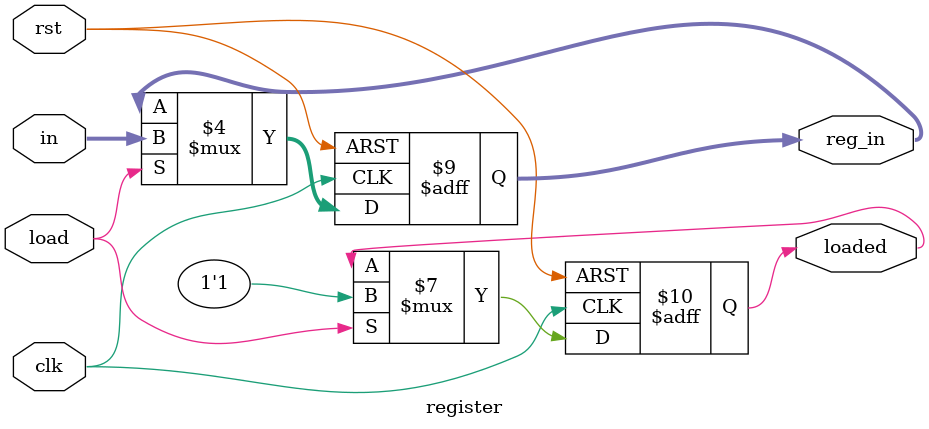
<source format=sv>
module register
#(
	parameter N = 4
)(
	/** Input ports **/
	input clk,
	input rst,
	input load,
	input [N-1:0] in,
	
	/** Output ports **/
	output logic [N-1:0] reg_in,
	output logic loaded
);



always_ff@(posedge clk, negedge rst)
begin: register

	if(~rst)
	begin
		/** Clean registers **/
		reg_in <= '0;
		loaded <= '0; 
	end
	
	else
	begin

		if(load)
		begin
			reg_in <= in;
			loaded <= 1'b1; 
		end
		else
		begin
			reg_in <= reg_in;
		end

	end

end: register

endmodule

</source>
